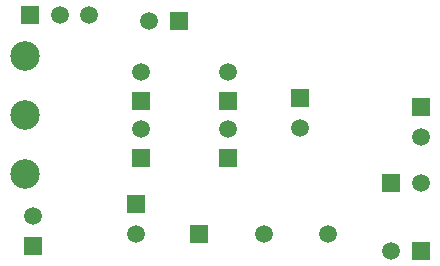
<source format=gtl>
G04*
G04 #@! TF.GenerationSoftware,Altium Limited,Altium Designer,20.0.13 (296)*
G04*
G04 Layer_Physical_Order=1*
G04 Layer_Color=255*
%FSLAX44Y44*%
%MOMM*%
G71*
G01*
G75*
%ADD12C,0.2540*%
%ADD18C,0.5000*%
%ADD19R,1.5000X1.5000*%
%ADD20C,1.5000*%
%ADD21R,1.5000X1.5000*%
%ADD22C,2.5000*%
D12*
X278130Y132080D02*
X281425D01*
X217170Y179070D02*
X218440D01*
X379730Y125730D02*
X381000Y124460D01*
D18*
X45720Y193110D02*
X46990Y194380D01*
D19*
X381000Y27940D02*
D03*
X175737Y222122D02*
D03*
X355600Y85090D02*
D03*
X49530Y227330D02*
D03*
X193040Y42038D02*
D03*
D20*
X355600Y27940D02*
D03*
X52070Y57150D02*
D03*
X381000Y124460D02*
D03*
X278130Y132080D02*
D03*
X150337Y222122D02*
D03*
X381000Y85090D02*
D03*
X139797Y41910D02*
D03*
X74930Y227330D02*
D03*
X143510Y130810D02*
D03*
Y179070D02*
D03*
X217170D02*
D03*
Y130810D02*
D03*
X302260Y42038D02*
D03*
X247650D02*
D03*
X99930Y227330D02*
D03*
D21*
X52070Y31750D02*
D03*
X381000Y149860D02*
D03*
X278130Y157480D02*
D03*
X139797Y67310D02*
D03*
X143510Y106680D02*
D03*
Y154940D02*
D03*
X217170D02*
D03*
Y106680D02*
D03*
D22*
X45720Y92710D02*
D03*
Y142910D02*
D03*
Y193110D02*
D03*
M02*

</source>
